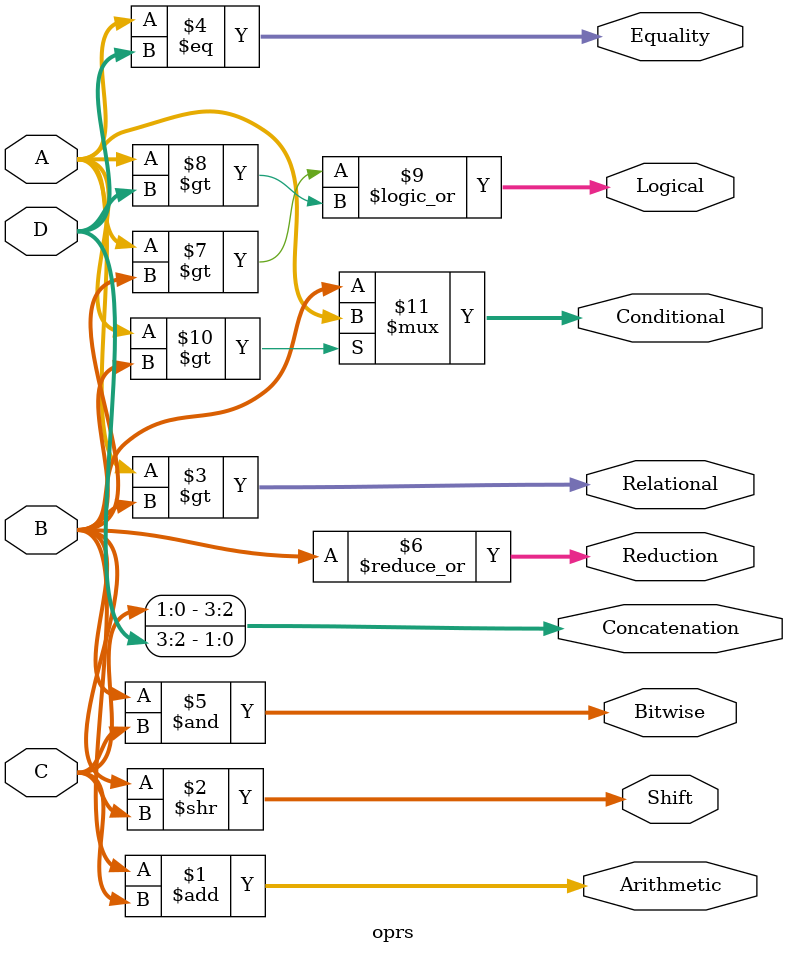
<source format=v>
module oprs(
    input [3:0] A,
    input [3:0] B,
    input [3:0] C,
    input [3:0] D,
    output [3:0] Arithmetic,
    output [3:0] Shift,
    output [3:0] Relational,
    output [3:0] Equality,
    output [3:0] Bitwise,
    output [3:0] Reduction,
    output [3:0] Logical,
    output [3:0] Concatenation,
    output [3:0] Conditional
);

    assign Arithmetic = B+C;
    assign Shift = B>>C;
    assign Relational = A > B;
    assign Equality = A == D;
    assign Bitwise = B & C;
    assign Reduction = |B;
    assign Logical = (A > B) || (A > D);
    assign Concatenation = {C[1:0], D[3:2]};
    assign Conditional = (A>B) ? A : B;

endmodule
</source>
